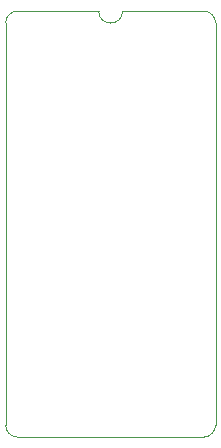
<source format=gbr>
G04 #@! TF.GenerationSoftware,KiCad,Pcbnew,(5.1.6)-1*
G04 #@! TF.CreationDate,2020-12-06T15:05:41+11:00*
G04 #@! TF.ProjectId,EAadaptor,45416164-6170-4746-9f72-2e6b69636164,rev?*
G04 #@! TF.SameCoordinates,Original*
G04 #@! TF.FileFunction,Profile,NP*
%FSLAX46Y46*%
G04 Gerber Fmt 4.6, Leading zero omitted, Abs format (unit mm)*
G04 Created by KiCad (PCBNEW (5.1.6)-1) date 2020-12-06 15:05:41*
%MOMM*%
%LPD*%
G01*
G04 APERTURE LIST*
G04 #@! TA.AperFunction,Profile*
%ADD10C,0.050000*%
G04 #@! TD*
G04 APERTURE END LIST*
D10*
X153670000Y-76962000D02*
G75*
G02*
X154686000Y-77978000I0J-1016000D01*
G01*
X154686000Y-112014000D02*
G75*
G02*
X153670000Y-113030000I-1016000J0D01*
G01*
X137922000Y-113030000D02*
G75*
G02*
X136906000Y-112014000I0J1016000D01*
G01*
X136906000Y-77978000D02*
G75*
G02*
X137922000Y-76962000I1016000J0D01*
G01*
X146812000Y-76962000D02*
G75*
G02*
X144780000Y-76962000I-1016000J0D01*
G01*
X153670000Y-76962000D02*
X146812000Y-76962000D01*
X137922000Y-76962000D02*
X144780000Y-76962000D01*
X136906000Y-112014000D02*
X136906000Y-77978000D01*
X153670000Y-113030000D02*
X137922000Y-113030000D01*
X154686000Y-77978000D02*
X154686000Y-112014000D01*
M02*

</source>
